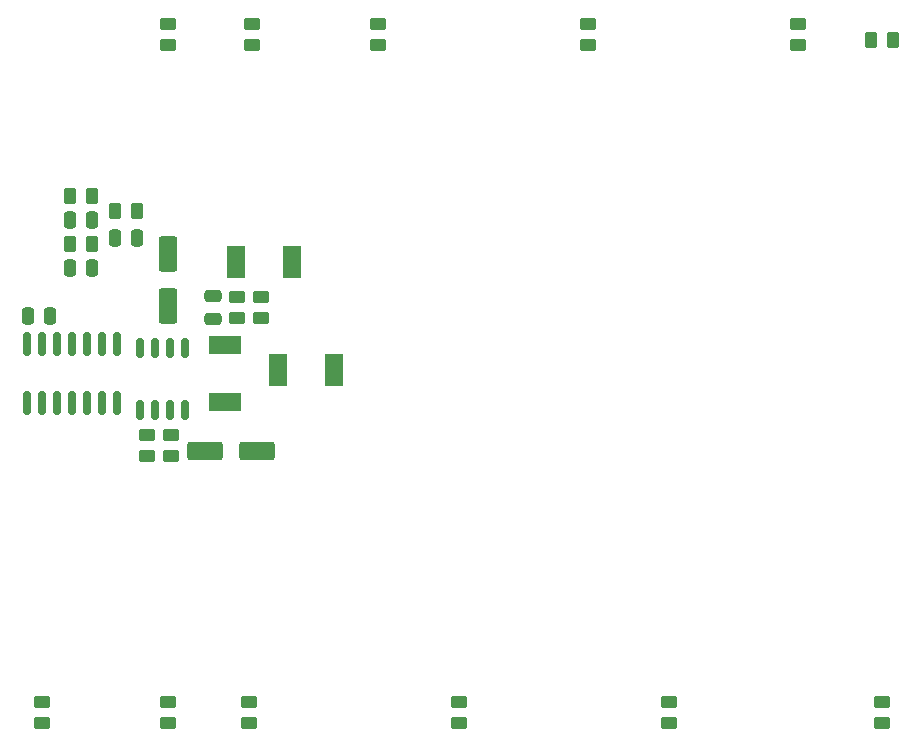
<source format=gbr>
%TF.GenerationSoftware,KiCad,Pcbnew,(6.99.0-3568-gdcfcfd5f29)*%
%TF.CreationDate,2022-10-04T16:24:13+03:00*%
%TF.ProjectId,welder ac diy,77656c64-6572-4206-9163-206469792e6b,rev?*%
%TF.SameCoordinates,Original*%
%TF.FileFunction,Paste,Top*%
%TF.FilePolarity,Positive*%
%FSLAX46Y46*%
G04 Gerber Fmt 4.6, Leading zero omitted, Abs format (unit mm)*
G04 Created by KiCad (PCBNEW (6.99.0-3568-gdcfcfd5f29)) date 2022-10-04 16:24:13*
%MOMM*%
%LPD*%
G01*
G04 APERTURE LIST*
G04 Aperture macros list*
%AMRoundRect*
0 Rectangle with rounded corners*
0 $1 Rounding radius*
0 $2 $3 $4 $5 $6 $7 $8 $9 X,Y pos of 4 corners*
0 Add a 4 corners polygon primitive as box body*
4,1,4,$2,$3,$4,$5,$6,$7,$8,$9,$2,$3,0*
0 Add four circle primitives for the rounded corners*
1,1,$1+$1,$2,$3*
1,1,$1+$1,$4,$5*
1,1,$1+$1,$6,$7*
1,1,$1+$1,$8,$9*
0 Add four rect primitives between the rounded corners*
20,1,$1+$1,$2,$3,$4,$5,0*
20,1,$1+$1,$4,$5,$6,$7,0*
20,1,$1+$1,$6,$7,$8,$9,0*
20,1,$1+$1,$8,$9,$2,$3,0*%
G04 Aperture macros list end*
%ADD10RoundRect,0.150000X0.150000X-0.825000X0.150000X0.825000X-0.150000X0.825000X-0.150000X-0.825000X0*%
%ADD11RoundRect,0.250000X-0.550000X1.250000X-0.550000X-1.250000X0.550000X-1.250000X0.550000X1.250000X0*%
%ADD12RoundRect,0.250000X0.450000X-0.262500X0.450000X0.262500X-0.450000X0.262500X-0.450000X-0.262500X0*%
%ADD13RoundRect,0.250000X-0.450000X0.262500X-0.450000X-0.262500X0.450000X-0.262500X0.450000X0.262500X0*%
%ADD14RoundRect,0.250000X-0.475000X0.250000X-0.475000X-0.250000X0.475000X-0.250000X0.475000X0.250000X0*%
%ADD15R,2.700000X1.500000*%
%ADD16RoundRect,0.250000X-0.262500X-0.450000X0.262500X-0.450000X0.262500X0.450000X-0.262500X0.450000X0*%
%ADD17RoundRect,0.250000X0.262500X0.450000X-0.262500X0.450000X-0.262500X-0.450000X0.262500X-0.450000X0*%
%ADD18RoundRect,0.250000X-0.250000X-0.475000X0.250000X-0.475000X0.250000X0.475000X-0.250000X0.475000X0*%
%ADD19RoundRect,0.250000X1.250000X0.550000X-1.250000X0.550000X-1.250000X-0.550000X1.250000X-0.550000X0*%
%ADD20RoundRect,0.150000X0.150000X-0.675000X0.150000X0.675000X-0.150000X0.675000X-0.150000X-0.675000X0*%
%ADD21R,1.500000X2.700000*%
G04 APERTURE END LIST*
D10*
%TO.C,U1*%
X51816000Y-85025000D03*
X53086000Y-85025000D03*
X54356000Y-85025000D03*
X55626000Y-85025000D03*
X56896000Y-85025000D03*
X58166000Y-85025000D03*
X59436000Y-85025000D03*
X59436000Y-80075000D03*
X58166000Y-80075000D03*
X56896000Y-80075000D03*
X55626000Y-80075000D03*
X54356000Y-80075000D03*
X53086000Y-80075000D03*
X51816000Y-80075000D03*
%TD*%
D11*
%TO.C,C6*%
X63754000Y-72476000D03*
X63754000Y-76876000D03*
%TD*%
D12*
%TO.C,R8*%
X69596000Y-77874500D03*
X69596000Y-76049500D03*
%TD*%
%TO.C,R18*%
X70612000Y-112164500D03*
X70612000Y-110339500D03*
%TD*%
D13*
%TO.C,R19*%
X99314000Y-52935500D03*
X99314000Y-54760500D03*
%TD*%
%TO.C,R17*%
X63754000Y-52935500D03*
X63754000Y-54760500D03*
%TD*%
D14*
%TO.C,C7*%
X67564000Y-76012000D03*
X67564000Y-77912000D03*
%TD*%
D15*
%TO.C,D2*%
X68579999Y-80149999D03*
X68579999Y-84949999D03*
%TD*%
D12*
%TO.C,R5*%
X61976000Y-89558500D03*
X61976000Y-87733500D03*
%TD*%
%TO.C,R12*%
X63754000Y-112164500D03*
X63754000Y-110339500D03*
%TD*%
D16*
%TO.C,R21*%
X123293500Y-54356000D03*
X125118500Y-54356000D03*
%TD*%
D17*
%TO.C,R1*%
X57300500Y-67564000D03*
X55475500Y-67564000D03*
%TD*%
D18*
%TO.C,C8*%
X51882000Y-77724000D03*
X53782000Y-77724000D03*
%TD*%
D19*
%TO.C,C5*%
X71288000Y-89154000D03*
X66888000Y-89154000D03*
%TD*%
D18*
%TO.C,C1*%
X55438000Y-69596000D03*
X57338000Y-69596000D03*
%TD*%
D13*
%TO.C,R11*%
X81534000Y-52935500D03*
X81534000Y-54760500D03*
%TD*%
D20*
%TO.C,U2*%
X61341000Y-85683000D03*
X62611000Y-85683000D03*
X63881000Y-85683000D03*
X65151000Y-85683000D03*
X65151000Y-80433000D03*
X63881000Y-80433000D03*
X62611000Y-80433000D03*
X61341000Y-80433000D03*
%TD*%
D13*
%TO.C,R13*%
X70866000Y-52935500D03*
X70866000Y-54760500D03*
%TD*%
D21*
%TO.C,D3*%
X69481999Y-73151999D03*
X74281999Y-73151999D03*
%TD*%
D16*
%TO.C,R22*%
X59285500Y-68834000D03*
X61110500Y-68834000D03*
%TD*%
D18*
%TO.C,C12*%
X59248000Y-71120000D03*
X61148000Y-71120000D03*
%TD*%
D21*
%TO.C,D4*%
X73037999Y-82295999D03*
X77837999Y-82295999D03*
%TD*%
D12*
%TO.C,R16*%
X124206000Y-112164500D03*
X124206000Y-110339500D03*
%TD*%
%TO.C,R14*%
X88392000Y-112164500D03*
X88392000Y-110339500D03*
%TD*%
D13*
%TO.C,R15*%
X117094000Y-52935500D03*
X117094000Y-54760500D03*
%TD*%
D17*
%TO.C,R2*%
X57300500Y-71628000D03*
X55475500Y-71628000D03*
%TD*%
D12*
%TO.C,R6*%
X64008000Y-89558500D03*
X64008000Y-87733500D03*
%TD*%
D13*
%TO.C,R9*%
X71628000Y-76049500D03*
X71628000Y-77874500D03*
%TD*%
D18*
%TO.C,C2*%
X55438000Y-73660000D03*
X57338000Y-73660000D03*
%TD*%
D12*
%TO.C,R10*%
X53086000Y-112164500D03*
X53086000Y-110339500D03*
%TD*%
%TO.C,R20*%
X106172000Y-112164500D03*
X106172000Y-110339500D03*
%TD*%
M02*

</source>
